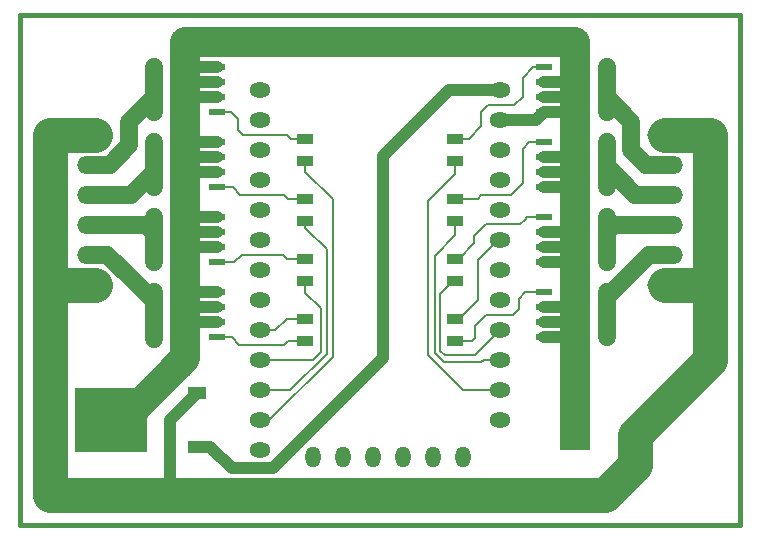
<source format=gbl>
G04 (created by PCBNEW (2013-may-18)-stable) date Tue Apr 15 11:28:34 2014*
%MOIN*%
G04 Gerber Fmt 3.4, Leading zero omitted, Abs format*
%FSLAX34Y34*%
G01*
G70*
G90*
G04 APERTURE LIST*
%ADD10C,0.00590551*%
%ADD11C,0.015*%
%ADD12O,0.1187X0.0593*%
%ADD13R,0.0551X0.0236*%
%ADD14R,0.055X0.035*%
%ADD15O,0.0709X0.0512*%
%ADD16O,0.0512X0.0709*%
%ADD17R,0.1X0.1*%
%ADD18C,0.1*%
%ADD19R,0.0629X0.0393*%
%ADD20R,0.244X0.2125*%
%ADD21C,0.1181*%
%ADD22C,0.0394*%
%ADD23C,0.0984*%
%ADD24C,0.0591*%
%ADD25C,0.008*%
G04 APERTURE END LIST*
G54D10*
G54D11*
X35500Y-42500D02*
G75*
G03X35500Y-42500I0J0D01*
G74*
G01*
X35499Y-42500D02*
X35500Y-42500D01*
X35500Y-42499D02*
X35500Y-42500D01*
X59500Y-42500D02*
X35500Y-42500D01*
X59500Y-25500D02*
X59500Y-42500D01*
X35500Y-25500D02*
X59500Y-25500D01*
X35500Y-42500D02*
X35500Y-25500D01*
G54D12*
X57000Y-29500D03*
X57000Y-30500D03*
X57000Y-31500D03*
X57000Y-32500D03*
X57000Y-33500D03*
X57000Y-34500D03*
G54D13*
X55050Y-28750D03*
X52950Y-28750D03*
X55050Y-28250D03*
X55050Y-27750D03*
X55050Y-27250D03*
X52950Y-28250D03*
X52950Y-27750D03*
X52950Y-27250D03*
X55050Y-31250D03*
X52950Y-31250D03*
X55050Y-30750D03*
X55050Y-30250D03*
X55050Y-29750D03*
X52950Y-30750D03*
X52950Y-30250D03*
X52950Y-29750D03*
X55050Y-33750D03*
X52950Y-33750D03*
X55050Y-33250D03*
X55050Y-32750D03*
X55050Y-32250D03*
X52950Y-33250D03*
X52950Y-32750D03*
X52950Y-32250D03*
X55050Y-36250D03*
X52950Y-36250D03*
X55050Y-35750D03*
X55050Y-35250D03*
X55050Y-34750D03*
X52950Y-35750D03*
X52950Y-35250D03*
X52950Y-34750D03*
X39950Y-34750D03*
X42050Y-34750D03*
X39950Y-35250D03*
X39950Y-35750D03*
X39950Y-36250D03*
X42050Y-35250D03*
X42050Y-35750D03*
X42050Y-36250D03*
X39950Y-32250D03*
X42050Y-32250D03*
X39950Y-32750D03*
X39950Y-33250D03*
X39950Y-33750D03*
X42050Y-32750D03*
X42050Y-33250D03*
X42050Y-33750D03*
X39950Y-29750D03*
X42050Y-29750D03*
X39950Y-30250D03*
X39950Y-30750D03*
X39950Y-31250D03*
X42050Y-30250D03*
X42050Y-30750D03*
X42050Y-31250D03*
X39950Y-27250D03*
X42050Y-27250D03*
X39950Y-27750D03*
X39950Y-28250D03*
X39950Y-28750D03*
X42050Y-27750D03*
X42050Y-28250D03*
X42050Y-28750D03*
G54D14*
X45000Y-31625D03*
X45000Y-32375D03*
X45000Y-33625D03*
X45000Y-34375D03*
X45000Y-36375D03*
X45000Y-35625D03*
X50000Y-36375D03*
X50000Y-35625D03*
X50000Y-33625D03*
X50000Y-34375D03*
X50000Y-31625D03*
X50000Y-32375D03*
X50000Y-29625D03*
X50000Y-30375D03*
X45000Y-29625D03*
X45000Y-30375D03*
G54D12*
X38000Y-34500D03*
X38000Y-33500D03*
X38000Y-32500D03*
X38000Y-31500D03*
X38000Y-30500D03*
X38000Y-29500D03*
G54D15*
X51500Y-39000D03*
X51500Y-38000D03*
X51500Y-37000D03*
X51500Y-36000D03*
X51500Y-35000D03*
X51500Y-34000D03*
X51500Y-33000D03*
X51500Y-32000D03*
X51500Y-31000D03*
X51500Y-30000D03*
X51500Y-29000D03*
X51500Y-28000D03*
X43500Y-28000D03*
X43500Y-29000D03*
X43500Y-30000D03*
X43500Y-31000D03*
X43500Y-32000D03*
X43500Y-33000D03*
X43500Y-34000D03*
X43500Y-35000D03*
X43500Y-36000D03*
X43500Y-37000D03*
X43500Y-38000D03*
X43500Y-39000D03*
X43500Y-40000D03*
G54D16*
X50250Y-40250D03*
X49250Y-40250D03*
X48250Y-40250D03*
X47250Y-40250D03*
X46250Y-40250D03*
X45250Y-40250D03*
G54D17*
X54000Y-39500D03*
G54D18*
X56000Y-39500D03*
G54D19*
X41389Y-38103D03*
X41389Y-39897D03*
G54D20*
X38516Y-39000D03*
G54D21*
X58500Y-37000D02*
X58500Y-34500D01*
X56000Y-39500D02*
X58500Y-37000D01*
X56000Y-39500D02*
X56000Y-40500D01*
X55000Y-41500D02*
X40500Y-41500D01*
X56000Y-40500D02*
X55000Y-41500D01*
X36500Y-29500D02*
X36511Y-29511D01*
X58500Y-34500D02*
X58000Y-34500D01*
G54D22*
X41389Y-38103D02*
X41389Y-38111D01*
G54D21*
X58489Y-29511D02*
X57000Y-29511D01*
X36500Y-41500D02*
X36500Y-34500D01*
G54D22*
X40500Y-39000D02*
X40500Y-41500D01*
G54D21*
X58500Y-34500D02*
X58500Y-29500D01*
X38000Y-29511D02*
X38000Y-29500D01*
X57000Y-29511D02*
X57000Y-29500D01*
X58500Y-29500D02*
X58489Y-29511D01*
X40500Y-41500D02*
X36500Y-41500D01*
X57000Y-34500D02*
X58500Y-34500D01*
X36511Y-29511D02*
X38000Y-29511D01*
X38000Y-34500D02*
X36500Y-34500D01*
X58000Y-34500D02*
X58500Y-34500D01*
G54D22*
X41389Y-38111D02*
X40500Y-39000D01*
G54D21*
X36500Y-34500D02*
X36500Y-29500D01*
G54D22*
X41389Y-39897D02*
X41826Y-39897D01*
X49795Y-28000D02*
X51500Y-28000D01*
X47598Y-30197D02*
X49795Y-28000D01*
X47598Y-36929D02*
X47598Y-30197D01*
X43917Y-40610D02*
X47598Y-36929D01*
X42539Y-40610D02*
X43917Y-40610D01*
X41826Y-39897D02*
X42539Y-40610D01*
G54D23*
X54000Y-39500D02*
X54000Y-36250D01*
G54D22*
X41000Y-35750D02*
X41250Y-35750D01*
X53700Y-33750D02*
X54000Y-33750D01*
X41000Y-33250D02*
X41250Y-33250D01*
X41350Y-30750D02*
X41000Y-30750D01*
X52950Y-35250D02*
X54000Y-35250D01*
X42050Y-33250D02*
X41000Y-33250D01*
X54000Y-30250D02*
X53750Y-30250D01*
G54D23*
X41000Y-36950D02*
X41000Y-35250D01*
G54D22*
X54000Y-35250D02*
X53750Y-35250D01*
X51500Y-29000D02*
X52700Y-29000D01*
X52700Y-29000D02*
X52950Y-28750D01*
X52950Y-33750D02*
X54000Y-33750D01*
X53650Y-28250D02*
X54000Y-28250D01*
G54D23*
X54000Y-33250D02*
X54000Y-32750D01*
G54D22*
X53700Y-35750D02*
X54000Y-35750D01*
X54000Y-35750D02*
X53700Y-35750D01*
X54000Y-32750D02*
X53650Y-32750D01*
X53650Y-32750D02*
X54000Y-32750D01*
X52950Y-31250D02*
X54000Y-31250D01*
X54000Y-31250D02*
X53600Y-31250D01*
X52950Y-28750D02*
X54000Y-28750D01*
X41250Y-33250D02*
X41000Y-33250D01*
X53750Y-27750D02*
X54000Y-27750D01*
X53600Y-30750D02*
X54000Y-30750D01*
X52950Y-36250D02*
X54000Y-36250D01*
X52950Y-33250D02*
X54000Y-33250D01*
G54D23*
X54000Y-30750D02*
X54000Y-30250D01*
G54D22*
X41050Y-34700D02*
X41350Y-34700D01*
X53600Y-28700D02*
X54000Y-28700D01*
X53950Y-28700D02*
X53600Y-28700D01*
X53750Y-30250D02*
X54000Y-30250D01*
X52950Y-27750D02*
X54000Y-27750D01*
X41000Y-32750D02*
X41250Y-32750D01*
X42050Y-35250D02*
X41000Y-35250D01*
X42050Y-35750D02*
X41000Y-35750D01*
X54000Y-28250D02*
X53650Y-28250D01*
X41350Y-34700D02*
X41000Y-34700D01*
X52950Y-28250D02*
X54000Y-28250D01*
X53600Y-31250D02*
X54000Y-31250D01*
X41000Y-27250D02*
X41050Y-27250D01*
X54000Y-27750D02*
X53750Y-27750D01*
G54D23*
X38950Y-39000D02*
X41000Y-36950D01*
G54D22*
X41000Y-34750D02*
X41050Y-34700D01*
X53700Y-33250D02*
X54000Y-33250D01*
X54000Y-33250D02*
X53700Y-33250D01*
X41000Y-35250D02*
X41250Y-35250D01*
X54000Y-30750D02*
X53600Y-30750D01*
X52950Y-35750D02*
X54000Y-35750D01*
G54D23*
X38516Y-39000D02*
X38950Y-39000D01*
G54D22*
X52950Y-30250D02*
X54000Y-30250D01*
X53750Y-36250D02*
X54000Y-36250D01*
X54000Y-33750D02*
X53700Y-33750D01*
X54000Y-28750D02*
X53950Y-28700D01*
X41250Y-35750D02*
X41000Y-35750D01*
X52950Y-32750D02*
X54000Y-32750D01*
X41000Y-28250D02*
X41300Y-28250D01*
X41100Y-27750D02*
X41000Y-27750D01*
X42050Y-28250D02*
X41000Y-28250D01*
G54D23*
X41000Y-26400D02*
X41000Y-27250D01*
X41000Y-30750D02*
X41000Y-32250D01*
G54D22*
X42050Y-29750D02*
X41000Y-29750D01*
X41250Y-29750D02*
X41000Y-29750D01*
X41000Y-29750D02*
X41250Y-29750D01*
X41050Y-27250D02*
X41000Y-27250D01*
G54D23*
X54000Y-27750D02*
X54000Y-26400D01*
G54D22*
X41000Y-32250D02*
X41250Y-32250D01*
X42050Y-30750D02*
X41000Y-30750D01*
G54D23*
X41000Y-36950D02*
X40750Y-37200D01*
G54D22*
X54000Y-36250D02*
X53750Y-36250D01*
X41300Y-28250D02*
X41000Y-28250D01*
X42050Y-34750D02*
X41000Y-34750D01*
G54D23*
X54000Y-36250D02*
X54000Y-35750D01*
X41000Y-27750D02*
X41000Y-28250D01*
G54D22*
X42050Y-30250D02*
X41000Y-30250D01*
X41250Y-35250D02*
X41000Y-35250D01*
X42050Y-27250D02*
X41000Y-27250D01*
X41000Y-27750D02*
X41100Y-27750D01*
X52950Y-30750D02*
X54000Y-30750D01*
G54D23*
X54000Y-35750D02*
X54000Y-35250D01*
X41000Y-28250D02*
X41000Y-29750D01*
G54D22*
X41250Y-32250D02*
X41000Y-32250D01*
X41000Y-30250D02*
X41250Y-30250D01*
X41250Y-30250D02*
X41000Y-30250D01*
X41250Y-32750D02*
X41000Y-32750D01*
G54D23*
X54000Y-31250D02*
X54000Y-30750D01*
G54D22*
X42050Y-27750D02*
X41000Y-27750D01*
X41000Y-30750D02*
X41350Y-30750D01*
G54D23*
X54000Y-28700D02*
X54000Y-28250D01*
X54000Y-28250D02*
X54000Y-27750D01*
G54D22*
X42050Y-32750D02*
X41000Y-32750D01*
G54D23*
X54000Y-32750D02*
X54000Y-31250D01*
X54000Y-35250D02*
X54000Y-33750D01*
X54000Y-33750D02*
X54000Y-33250D01*
X54000Y-26400D02*
X52700Y-26400D01*
G54D22*
X42050Y-32250D02*
X41000Y-32250D01*
X53750Y-35250D02*
X54000Y-35250D01*
G54D23*
X41000Y-30250D02*
X41000Y-30750D01*
X41000Y-35250D02*
X41000Y-35750D01*
X41000Y-32750D02*
X41000Y-33250D01*
X41000Y-27250D02*
X41000Y-27750D01*
X41000Y-34700D02*
X41000Y-35250D01*
X41000Y-33250D02*
X41000Y-34700D01*
X41000Y-29750D02*
X41000Y-30250D01*
X52700Y-26400D02*
X41000Y-26400D01*
X41000Y-32250D02*
X41000Y-32750D01*
X54000Y-30250D02*
X54000Y-28700D01*
X41000Y-35750D02*
X41000Y-36950D01*
G54D24*
X39950Y-30750D02*
X39950Y-31250D01*
X39950Y-29750D02*
X39950Y-30250D01*
X39200Y-31500D02*
X39950Y-30750D01*
X39950Y-30250D02*
X39950Y-30750D01*
X38000Y-31500D02*
X39200Y-31500D01*
X57000Y-31500D02*
X56000Y-31500D01*
X55050Y-30750D02*
X55050Y-31250D01*
X55050Y-30550D02*
X55050Y-30750D01*
X55050Y-29750D02*
X55050Y-30250D01*
X56000Y-31500D02*
X55050Y-30550D01*
X55050Y-30250D02*
X55050Y-30550D01*
X55211Y-34750D02*
X55050Y-34750D01*
X55050Y-34750D02*
X55050Y-35250D01*
X57000Y-33500D02*
X56461Y-33500D01*
X55050Y-35750D02*
X55050Y-36250D01*
X55050Y-35250D02*
X55050Y-35750D01*
X56461Y-33500D02*
X55211Y-34750D01*
X39950Y-33250D02*
X39950Y-33750D01*
X38000Y-32500D02*
X39700Y-32500D01*
X39950Y-32750D02*
X39950Y-33250D01*
X39950Y-32250D02*
X39950Y-32750D01*
X39700Y-32500D02*
X39950Y-32750D01*
G54D25*
X51500Y-33000D02*
X51409Y-33000D01*
X50123Y-35625D02*
X50000Y-35625D01*
X50748Y-35000D02*
X50123Y-35625D01*
X50748Y-33661D02*
X50748Y-35000D01*
X51409Y-33000D02*
X50748Y-33661D01*
X50000Y-29625D02*
X50454Y-29625D01*
X50866Y-28741D02*
X51103Y-28504D01*
X50866Y-29213D02*
X50866Y-28741D01*
X50454Y-29625D02*
X50866Y-29213D01*
X52244Y-28229D02*
X51969Y-28504D01*
X51969Y-28504D02*
X51103Y-28504D01*
X52593Y-27250D02*
X52244Y-27599D01*
X52244Y-27599D02*
X52244Y-28229D01*
X52950Y-27250D02*
X52593Y-27250D01*
X52323Y-32323D02*
X52322Y-32323D01*
X50115Y-33625D02*
X50000Y-33625D01*
X50629Y-33110D02*
X50115Y-33625D01*
X50629Y-32874D02*
X50629Y-33110D01*
X51023Y-32480D02*
X50629Y-32874D01*
X52165Y-32480D02*
X51023Y-32480D01*
X52322Y-32323D02*
X52165Y-32480D01*
X52950Y-32250D02*
X52396Y-32250D01*
X52396Y-32250D02*
X52323Y-32323D01*
X50000Y-31625D02*
X50737Y-31625D01*
X52244Y-31102D02*
X52244Y-29961D01*
X51850Y-31496D02*
X52244Y-31102D01*
X50866Y-31496D02*
X51850Y-31496D01*
X50737Y-31625D02*
X50866Y-31496D01*
X52950Y-29750D02*
X52455Y-29750D01*
X52455Y-29750D02*
X52244Y-29961D01*
X52950Y-34750D02*
X52336Y-34750D01*
X50669Y-35867D02*
X50669Y-36260D01*
X52126Y-34960D02*
X52126Y-35315D01*
X52126Y-35315D02*
X51929Y-35512D01*
X50554Y-36375D02*
X50000Y-36375D01*
X51024Y-35512D02*
X50669Y-35867D01*
X52336Y-34750D02*
X52126Y-34960D01*
X50669Y-36260D02*
X50554Y-36375D01*
X51929Y-35512D02*
X51024Y-35512D01*
X42050Y-28750D02*
X42530Y-28750D01*
X44507Y-29625D02*
X45000Y-29625D01*
X44370Y-29488D02*
X44507Y-29625D01*
X42913Y-29488D02*
X44370Y-29488D01*
X42756Y-29331D02*
X42913Y-29488D01*
X42756Y-28976D02*
X42756Y-29331D01*
X42530Y-28750D02*
X42756Y-28976D01*
X45906Y-36890D02*
X45906Y-31654D01*
X45000Y-30748D02*
X45000Y-30375D01*
X43796Y-39000D02*
X45906Y-36890D01*
X45906Y-31654D02*
X45000Y-30748D01*
X43500Y-39000D02*
X43796Y-39000D01*
X42050Y-31250D02*
X42588Y-31250D01*
X44420Y-31625D02*
X45000Y-31625D01*
X44291Y-31496D02*
X44420Y-31625D01*
X42834Y-31496D02*
X44291Y-31496D01*
X42588Y-31250D02*
X42834Y-31496D01*
X43500Y-38000D02*
X44502Y-38000D01*
X45000Y-32599D02*
X45000Y-32375D01*
X45709Y-33308D02*
X45000Y-32599D01*
X45709Y-36793D02*
X45709Y-33308D01*
X44502Y-38000D02*
X45709Y-36793D01*
X42874Y-33504D02*
X44252Y-33504D01*
X44252Y-33504D02*
X44373Y-33625D01*
X42628Y-33750D02*
X42874Y-33504D01*
X42050Y-33750D02*
X42628Y-33750D01*
X44373Y-33625D02*
X45000Y-33625D01*
X43500Y-37000D02*
X45244Y-37000D01*
X45000Y-34764D02*
X45000Y-34375D01*
X45512Y-35276D02*
X45000Y-34764D01*
X45512Y-36732D02*
X45512Y-35276D01*
X45244Y-37000D02*
X45512Y-36732D01*
X42549Y-36250D02*
X42795Y-36496D01*
X42050Y-36250D02*
X42549Y-36250D01*
X42795Y-36496D02*
X44291Y-36496D01*
X44291Y-36496D02*
X44412Y-36375D01*
X44412Y-36375D02*
X45000Y-36375D01*
X43500Y-36000D02*
X44000Y-36000D01*
X44375Y-35625D02*
X45000Y-35625D01*
X44000Y-36000D02*
X44375Y-35625D01*
X50000Y-30375D02*
X50000Y-30788D01*
X49094Y-36850D02*
X50244Y-38000D01*
X49094Y-31694D02*
X49094Y-36850D01*
X50000Y-30788D02*
X49094Y-31694D01*
X51500Y-38000D02*
X50244Y-38000D01*
X50000Y-32375D02*
X50000Y-32835D01*
X49306Y-36786D02*
X49607Y-37087D01*
X49306Y-33529D02*
X49306Y-36786D01*
X50000Y-32835D02*
X49306Y-33529D01*
X50866Y-37087D02*
X49607Y-37087D01*
X51500Y-37000D02*
X50953Y-37000D01*
X50953Y-37000D02*
X50866Y-37087D01*
X50000Y-34375D02*
X49917Y-34375D01*
X49488Y-36693D02*
X49645Y-36850D01*
X49488Y-34804D02*
X49488Y-36693D01*
X49917Y-34375D02*
X49488Y-34804D01*
X50650Y-36850D02*
X51500Y-36000D01*
X49645Y-36850D02*
X50650Y-36850D01*
G54D24*
X38400Y-33500D02*
X39150Y-34250D01*
X39950Y-35050D02*
X39150Y-34250D01*
X39950Y-35750D02*
X39950Y-36310D01*
X39950Y-35050D02*
X39950Y-35250D01*
X38000Y-33500D02*
X38400Y-33500D01*
X39950Y-35250D02*
X39950Y-35750D01*
X39950Y-36310D02*
X39950Y-36250D01*
X39950Y-34750D02*
X39950Y-35250D01*
X55050Y-32250D02*
X55050Y-32750D01*
X57000Y-32500D02*
X55300Y-32500D01*
X55050Y-32750D02*
X55050Y-33250D01*
X55050Y-33250D02*
X55050Y-33750D01*
X55300Y-32500D02*
X55050Y-32750D01*
X55050Y-27750D02*
X55050Y-28250D01*
X55866Y-30000D02*
X55866Y-29066D01*
X55050Y-28250D02*
X55050Y-28750D01*
X55866Y-29066D02*
X55050Y-28250D01*
X55050Y-27250D02*
X55050Y-27750D01*
X56366Y-30500D02*
X55866Y-30000D01*
X57000Y-30500D02*
X56366Y-30500D01*
X39950Y-27750D02*
X39950Y-28250D01*
X39134Y-29066D02*
X39950Y-28250D01*
X38477Y-30500D02*
X39134Y-29843D01*
X39950Y-27250D02*
X39950Y-27750D01*
X39134Y-29843D02*
X39134Y-29066D01*
X39950Y-28250D02*
X39950Y-28750D01*
X38000Y-30500D02*
X38477Y-30500D01*
M02*

</source>
